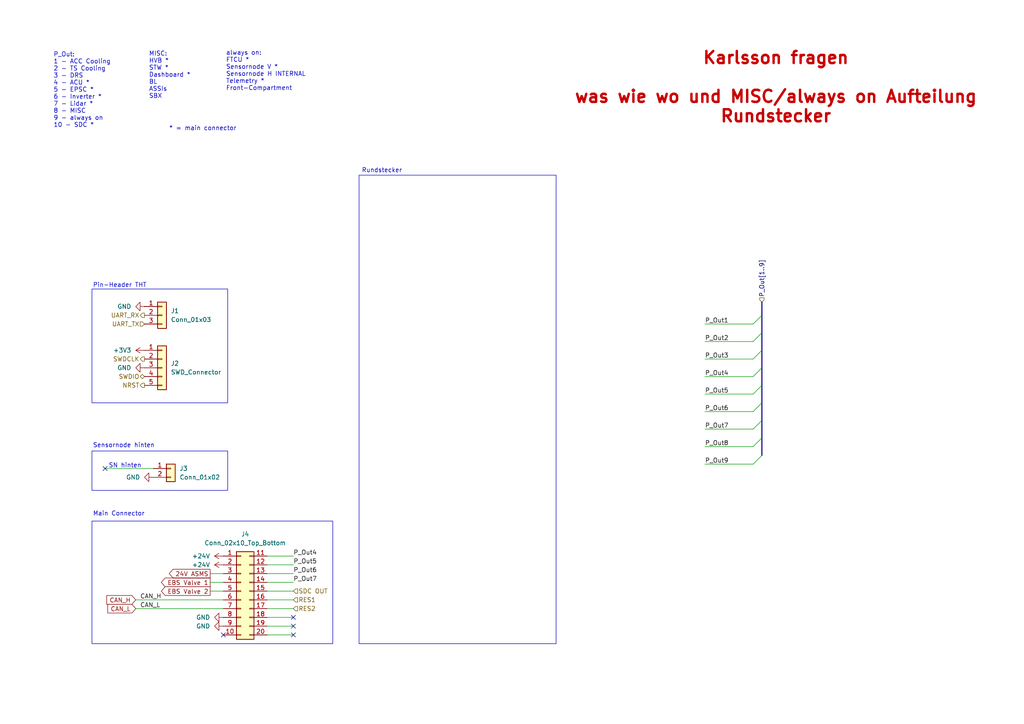
<source format=kicad_sch>
(kicad_sch (version 20231120) (generator "eeschema") (generator_version "8.0")
  (paper "A4")
  (title_block (title "PDU FT25") (date "2024-11-18") (rev "V1.0") (company "Janek Herm") (comment 1 "FaSTTUBe Electronics"))
  (lib_symbols
    (symbol "Connector_Generic:Conn_01x02" (pin_names (offset 1.016) hide)
      (property "Reference" "J" (at 0 2.54 0))
      (property "Value" "Conn_01x02" (at 0 -5.08 0))
      (symbol "Conn_01x02_1_1"
        (rectangle (start -1.27 -2.413) (end 0 -2.667) (stroke (width 0.1524)))
        (rectangle (start -1.27 0.127) (end 0 -0.127) (stroke (width 0.1524)))
        (rectangle (start -1.27 1.27) (end 1.27 -3.81) (stroke (width 0.254)) (fill (type background)))
        (pin passive line (at -5.08 0 0) (length 3.81) (name "Pin_1") (number "1"))
        (pin passive line (at -5.08 -2.54 0) (length 3.81) (name "Pin_2") (number "2"))
      )
    )
    (symbol "Connector_Generic:Conn_01x03" (pin_names (offset 1.016) hide)
      (property "Reference" "J" (at 0 5.08 0))
      (property "Value" "Conn_01x03" (at 0 -5.08 0))
      (symbol "Conn_01x03_1_1"
        (rectangle (start -1.27 -2.413) (end 0 -2.667) (stroke (width 0.1524)))
        (rectangle (start -1.27 0.127) (end 0 -0.127) (stroke (width 0.1524)))
        (rectangle (start -1.27 2.667) (end 0 2.413) (stroke (width 0.1524)))
        (rectangle (start -1.27 3.81) (end 1.27 -3.81) (stroke (width 0.254)) (fill (type background)))
        (pin passive line (at -5.08 2.54 0) (length 3.81) (name "Pin_1") (number "1"))
        (pin passive line (at -5.08 0 0) (length 3.81) (name "Pin_2") (number "2"))
        (pin passive line (at -5.08 -2.54 0) (length 3.81) (name "Pin_3") (number "3"))
      )
    )
    (symbol "Connector_Generic:Conn_01x05" (pin_names (offset 1.016) hide)
      (property "Reference" "J" (at 0 7.62 0))
      (property "Value" "Conn_01x05" (at 0 -7.62 0))
      (symbol "Conn_01x05_1_1"
        (rectangle (start -1.27 -4.953) (end 0 -5.207) (stroke (width 0.1524)))
        (rectangle (start -1.27 -2.413) (end 0 -2.667) (stroke (width 0.1524)))
        (rectangle (start -1.27 0.127) (end 0 -0.127) (stroke (width 0.1524)))
        (rectangle (start -1.27 2.667) (end 0 2.413) (stroke (width 0.1524)))
        (rectangle (start -1.27 5.207) (end 0 4.953) (stroke (width 0.1524)))
        (rectangle (start -1.27 6.35) (end 1.27 -6.35) (stroke (width 0.254)) (fill (type background)))
        (pin passive line (at -5.08 5.08 0) (length 3.81) (name "Pin_1") (number "1"))
        (pin passive line (at -5.08 2.54 0) (length 3.81) (name "Pin_2") (number "2"))
        (pin passive line (at -5.08 0 0) (length 3.81) (name "Pin_3") (number "3"))
        (pin passive line (at -5.08 -2.54 0) (length 3.81) (name "Pin_4") (number "4"))
        (pin passive line (at -5.08 -5.08 0) (length 3.81) (name "Pin_5") (number "5"))
      )
    )
    (symbol "Connector_Generic:Conn_02x10_Top_Bottom" (pin_names (offset 1.016) hide)
      (property "Reference" "J" (at 1.27 12.7 0))
      (property "Value" "Conn_02x10_Top_Bottom" (at 1.27 -15.24 0))
      (symbol "Conn_02x10_Top_Bottom_1_1"
        (rectangle (start -1.27 -12.573) (end 0 -12.827) (stroke (width 0.1524)))
        (rectangle (start -1.27 -10.033) (end 0 -10.287) (stroke (width 0.1524)))
        (rectangle (start -1.27 -7.493) (end 0 -7.747) (stroke (width 0.1524)))
        (rectangle (start -1.27 -4.953) (end 0 -5.207) (stroke (width 0.1524)))
        (rectangle (start -1.27 -2.413) (end 0 -2.667) (stroke (width 0.1524)))
        (rectangle (start -1.27 0.127) (end 0 -0.127) (stroke (width 0.1524)))
        (rectangle (start -1.27 2.667) (end 0 2.413) (stroke (width 0.1524)))
        (rectangle (start -1.27 5.207) (end 0 4.953) (stroke (width 0.1524)))
        (rectangle (start -1.27 7.747) (end 0 7.493) (stroke (width 0.1524)))
        (rectangle (start -1.27 10.287) (end 0 10.033) (stroke (width 0.1524)))
        (rectangle (start -1.27 11.43) (end 3.81 -13.97) (stroke (width 0.254)) (fill (type background)))
        (rectangle (start 3.81 -12.573) (end 2.54 -12.827) (stroke (width 0.1524)))
        (rectangle (start 3.81 -10.033) (end 2.54 -10.287) (stroke (width 0.1524)))
        (rectangle (start 3.81 -7.493) (end 2.54 -7.747) (stroke (width 0.1524)))
        (rectangle (start 3.81 -4.953) (end 2.54 -5.207) (stroke (width 0.1524)))
        (rectangle (start 3.81 -2.413) (end 2.54 -2.667) (stroke (width 0.1524)))
        (rectangle (start 3.81 0.127) (end 2.54 -0.127) (stroke (width 0.1524)))
        (rectangle (start 3.81 2.667) (end 2.54 2.413) (stroke (width 0.1524)))
        (rectangle (start 3.81 5.207) (end 2.54 4.953) (stroke (width 0.1524)))
        (rectangle (start 3.81 7.747) (end 2.54 7.493) (stroke (width 0.1524)))
        (rectangle (start 3.81 10.287) (end 2.54 10.033) (stroke (width 0.1524)))
        (pin passive line (at -5.08 10.16 0) (length 3.81) (name "Pin_1") (number "1"))
        (pin passive line (at -5.08 -12.7 0) (length 3.81) (name "Pin_10") (number "10"))
        (pin passive line (at 7.62 10.16 180) (length 3.81) (name "Pin_11") (number "11"))
        (pin passive line (at 7.62 7.62 180) (length 3.81) (name "Pin_12") (number "12"))
        (pin passive line (at 7.62 5.08 180) (length 3.81) (name "Pin_13") (number "13"))
        (pin passive line (at 7.62 2.54 180) (length 3.81) (name "Pin_14") (number "14"))
        (pin passive line (at 7.62 0 180) (length 3.81) (name "Pin_15") (number "15"))
        (pin passive line (at 7.62 -2.54 180) (length 3.81) (name "Pin_16") (number "16"))
        (pin passive line (at 7.62 -5.08 180) (length 3.81) (name "Pin_17") (number "17"))
        (pin passive line (at 7.62 -7.62 180) (length 3.81) (name "Pin_18") (number "18"))
        (pin passive line (at 7.62 -10.16 180) (length 3.81) (name "Pin_19") (number "19"))
        (pin passive line (at -5.08 7.62 0) (length 3.81) (name "Pin_2") (number "2"))
        (pin passive line (at 7.62 -12.7 180) (length 3.81) (name "Pin_20") (number "20"))
        (pin passive line (at -5.08 5.08 0) (length 3.81) (name "Pin_3") (number "3"))
        (pin passive line (at -5.08 2.54 0) (length 3.81) (name "Pin_4") (number "4"))
        (pin passive line (at -5.08 0 0) (length 3.81) (name "Pin_5") (number "5"))
        (pin passive line (at -5.08 -2.54 0) (length 3.81) (name "Pin_6") (number "6"))
        (pin passive line (at -5.08 -5.08 0) (length 3.81) (name "Pin_7") (number "7"))
        (pin passive line (at -5.08 -7.62 0) (length 3.81) (name "Pin_8") (number "8"))
        (pin passive line (at -5.08 -10.16 0) (length 3.81) (name "Pin_9") (number "9"))
      )
    )
    (symbol "power:+24V" (power) (pin_numbers hide) (pin_names (offset 0) hide)
      (property "Value" "+24V" (at 0 3.556 0))
      (symbol "+24V_0_1"
        (polyline (pts (xy -0.762 1.27) (xy 0 2.54)))
        (polyline (pts (xy 0 0) (xy 0 2.54)))
        (polyline (pts (xy 0 2.54) (xy 0.762 1.27)))
      )
      (symbol "+24V_1_1"
        (pin power_in line (at 0 0 90) (length 0) (name "~") (number "1"))
      )
    )
    (symbol "power:+3.3V" (power) (pin_numbers hide) (pin_names (offset 0) hide)
      (property "Value" "+3.3V" (at 0 3.556 0))
      (symbol "+3.3V_0_1"
        (polyline (pts (xy -0.762 1.27) (xy 0 2.54)))
        (polyline (pts (xy 0 0) (xy 0 2.54)))
        (polyline (pts (xy 0 2.54) (xy 0.762 1.27)))
      )
      (symbol "+3.3V_1_1"
        (pin power_in line (at 0 0 90) (length 0) (name "~") (number "1"))
      )
    )
    (symbol "power:GND" (power) (pin_numbers hide) (pin_names (offset 0) hide)
      (property "Value" "GND" (at 0 -3.81 0))
      (symbol "GND_0_1"
        (polyline (pts (xy 0 0) (xy 0 -1.27) (xy 1.27 -1.27) (xy 0 -2.54) (xy -1.27 -1.27) (xy 0 -1.27)))
      )
      (symbol "GND_1_1"
        (pin power_in line (at 0 0 270) (length 0) (name "~") (number "1"))
      )
    )
  )
  (no_connect (at 85.09 181.61))
  (no_connect (at 30.48 135.89))
  (no_connect (at 64.77 184.15))
  (no_connect (at 85.09 184.15))
  (no_connect (at 85.09 179.07))
  (bus_entry (at 218.44 109.22) (size 2.54 -2.54))
  (bus_entry (at 218.44 99.06) (size 2.54 -2.54))
  (bus_entry (at 218.44 129.54) (size 2.54 -2.54))
  (bus_entry (at 218.44 134.62) (size 2.54 -2.54))
  (bus_entry (at 218.44 119.38) (size 2.54 -2.54))
  (bus_entry (at 218.44 93.98) (size 2.54 -2.54))
  (bus_entry (at 218.44 114.3) (size 2.54 -2.54))
  (bus_entry (at 218.44 104.14) (size 2.54 -2.54))
  (bus_entry (at 218.44 124.46) (size 2.54 -2.54))
  (bus (pts (xy 220.98 121.92) (xy 220.98 127)))
  (wire (pts (xy 77.47 184.15) (xy 85.09 184.15)))
  (bus (pts (xy 220.98 127) (xy 220.98 132.08)))
  (wire (pts (xy 204.47 134.62) (xy 218.44 134.62)))
  (wire (pts (xy 39.37 176.53) (xy 64.77 176.53)))
  (wire (pts (xy 77.47 166.37) (xy 85.09 166.37)))
  (wire (pts (xy 204.47 129.54) (xy 218.44 129.54)))
  (bus (pts (xy 220.98 116.84) (xy 220.98 121.92)))
  (wire (pts (xy 204.47 119.38) (xy 218.44 119.38)))
  (wire (pts (xy 204.47 114.3) (xy 218.44 114.3)))
  (bus (pts (xy 220.98 101.6) (xy 220.98 106.68)))
  (wire (pts (xy 204.47 99.06) (xy 218.44 99.06)))
  (wire (pts (xy 204.47 124.46) (xy 218.44 124.46)))
  (bus (pts (xy 220.98 111.76) (xy 220.98 116.84)))
  (wire (pts (xy 77.47 179.07) (xy 85.09 179.07)))
  (wire (pts (xy 204.47 109.22) (xy 218.44 109.22)))
  (wire (pts (xy 77.47 171.45) (xy 85.09 171.45)))
  (bus (pts (xy 220.98 87.63) (xy 220.98 91.44)))
  (wire (pts (xy 60.96 166.37) (xy 64.77 166.37)))
  (bus (pts (xy 220.98 91.44) (xy 220.98 96.52)))
  (wire (pts (xy 204.47 104.14) (xy 218.44 104.14)))
  (wire (pts (xy 77.47 168.91) (xy 85.09 168.91)))
  (bus (pts (xy 220.98 96.52) (xy 220.98 101.6)))
  (wire (pts (xy 77.47 163.83) (xy 85.09 163.83)))
  (wire (pts (xy 30.48 135.89) (xy 44.45 135.89)))
  (wire (pts (xy 39.37 173.99) (xy 64.77 173.99)))
  (wire (pts (xy 77.47 161.29) (xy 85.09 161.29)))
  (bus (pts (xy 220.98 106.68) (xy 220.98 111.76)))
  (wire (pts (xy 60.96 171.45) (xy 64.77 171.45)))
  (wire (pts (xy 60.96 168.91) (xy 64.77 168.91)))
  (wire (pts (xy 77.47 173.99) (xy 85.09 173.99)))
  (wire (pts (xy 77.47 176.53) (xy 85.09 176.53)))
  (wire (pts (xy 204.47 93.98) (xy 218.44 93.98)))
  (wire (pts (xy 77.47 181.61) (xy 85.09 181.61)))
  (rectangle (start 26.67 83.82) (end 66.04 116.84))
  (rectangle (start 104.14 50.8) (end 161.29 186.69))
  (rectangle (start 26.67 151.13) (end 96.52 186.69))
  (rectangle (start 26.67 130.81) (end 66.04 142.24))
  (text "* = main connector" (at 49.022 37.338 0) (effects (font (size 1.27 1.27)) (justify left)))
  (text "Pin-Header THT" (at 26.924 82.804 0) (effects (font (size 1.27 1.27)) (justify left)))
  (text "Sensornode hinten" (at 26.924 129.286 0) (effects (font (size 1.27 1.27)) (justify left)))
  (text "Rundstecker" (at 104.902 49.53 0) (effects (font (size 1.27 1.27)) (justify left)))
  (text "Karlsson fragen\n\nwas wie wo und MISC/always on Aufteilung\nRundstecker" (at 225.044 25.4 0) (effects (font (size 3.5 3.5) (thickness 0.7) (bold yes))))
  (text "SN hinten" (at 31.496 135.128 0) (effects (font (size 1.27 1.27)) (justify left)))
  (text "Main Connector" (at 26.924 149.098 0) (effects (font (size 1.27 1.27)) (justify left)))
  (text "MISC:\nHVB *\nSTW *\nDashboard *\nBL\nASSIs\nSBX" (at 43.18 21.844 0) (effects (font (size 1.27 1.27)) (justify left)))
  (text "P_Out:\n1 - ACC Cooling \n2 - TS Cooling\n3 - DRS\n4 - ACU *\n5 - EPSC *\n6 - Inverter *\n7 - Lidar *\n8 - MISC\n9 - always on\n10 - SDC *" (at 15.494 26.162 0) (effects (font (size 1.27 1.27)) (justify left)))
  (text "always on:\nFTCU *\nSensornode V *\nSensornode H INTERNAL\nTelemetry * \nFront-Compartment" (at 65.532 20.574 0) (effects (font (size 1.27 1.27)) (justify left)))
  (label "P_Out7" (at 85.09 168.91 0))
  (label "P_Out3" (at 204.47 104.14 0))
  (label "P_Out1" (at 204.47 93.98 0))
  (label "P_Out8" (at 204.47 129.54 0))
  (label "P_Out9" (at 204.47 134.62 0))
  (label "CAN_L" (at 40.64 176.53 0))
  (label "P_Out5" (at 204.47 114.3 0))
  (label "P_Out2" (at 204.47 99.06 0))
  (label "P_Out6" (at 85.09 166.37 0))
  (label "P_Out4" (at 85.09 161.29 0))
  (label "P_Out5" (at 85.09 163.83 0))
  (label "P_Out7" (at 204.47 124.46 0))
  (label "CAN_H" (at 40.64 173.99 0))
  (label "P_Out4" (at 204.47 109.22 0))
  (label "P_Out6" (at 204.47 119.38 0))
  (global_label "24V ASMS" (shape output) (at 60.96 166.37 180) (property "Intersheetrefs" "${INTERSHEET_REFS}" (effects (hide yes))))
  (global_label "CAN_L" (shape input) (at 39.37 176.53 180) (property "Intersheetrefs" "${INTERSHEET_REFS}" (effects (hide yes))))
  (global_label "CAN_H" (shape input) (at 39.37 173.99 180) (property "Intersheetrefs" "${INTERSHEET_REFS}" (effects (hide yes))))
  (global_label "EBS Valve 2" (shape output) (at 60.96 171.45 180) (property "Intersheetrefs" "${INTERSHEET_REFS}" (effects (hide yes))))
  (global_label "EBS Valve 1" (shape output) (at 60.96 168.91 180) (property "Intersheetrefs" "${INTERSHEET_REFS}" (effects (hide yes))))
  (hierarchical_label "P_Out[1..9]" (shape input) (at 220.98 87.63 90) (effects (font (thickness 0.1588))))
  (hierarchical_label "RES2" (shape input) (at 85.09 176.53 0))
  (hierarchical_label "SWDIO" (shape bidirectional) (at 41.91 109.22 180) (effects (font (thickness 0.1588))))
  (hierarchical_label "RES1" (shape input) (at 85.09 173.99 0))
  (hierarchical_label "UART_TX" (shape input) (at 41.91 93.98 180))
  (hierarchical_label "SDC OUT" (shape input) (at 85.09 171.45 0))
  (hierarchical_label "NRST" (shape output) (at 41.91 111.76 180) (effects (font (thickness 0.1588))))
  (hierarchical_label "SWDCLK" (shape output) (at 41.91 104.14 180))
  (hierarchical_label "UART_RX" (shape output) (at 41.91 91.44 180))
  (symbol (lib_id "power:GND") (at 64.77 179.07 270) (unit 1)
    (property "Reference" "#PWR034" (effects (hide yes)))
    (property "Value" "GND" (at 60.96 179.0699 90) (effects (justify right)))
    (property "Description" "Power symbol creates a global label with name \"GND\" , ground" (effects (hide yes)))
  )
  (symbol (lib_id "Connector_Generic:Conn_02x10_Top_Bottom") (at 69.85 171.45 0) (unit 1)
    (property "Reference" "J4" (at 71.12 154.94 0))
    (property "Value" "Conn_02x10_Top_Bottom" (at 71.12 157.48 0))
    (property "Footprint" "Connector_PinHeader_2.54mm:PinHeader_2x10_P2.54mm_Vertical" (effects (hide yes)))
    (property "Description" "Generic connector, double row, 02x10, top/bottom pin numbering scheme (row 1: 1...pins_per_row, row2: pins_per_row+1 ... num_pins), script generated (kicad-library-utils/schlib/autogen/connector/)" (effects (hide yes)))
  )
  (symbol (lib_id "power:+24V") (at 64.77 161.29 90) (unit 1)
    (property "Reference" "#PWR032" (effects (hide yes)))
    (property "Value" "+24V" (at 60.96 161.2899 90) (effects (justify left)))
    (property "Description" "Power symbol creates a global label with name \"+24V\"" (effects (hide yes)))
  )
  (symbol (lib_id "power:+3.3V") (at 41.91 101.6 90) (unit 1)
    (property "Reference" "#PWR029" (effects (hide yes)))
    (property "Value" "+3V3" (at 38.1 101.5999 90) (effects (justify left)))
    (property "Description" "Power symbol creates a global label with name \"+3.3V\"" (effects (hide yes)))
  )
  (symbol (lib_id "power:GND") (at 41.91 88.9 270) (unit 1)
    (property "Reference" "#PWR028" (effects (hide yes)))
    (property "Value" "GND" (at 38.1 88.8999 90) (effects (justify right)))
    (property "Description" "Power symbol creates a global label with name \"GND\" , ground" (effects (hide yes)))
  )
  (symbol (lib_id "power:GND") (at 64.77 181.61 270) (unit 1)
    (property "Reference" "#PWR035" (effects (hide yes)))
    (property "Value" "GND" (at 60.96 181.6099 90) (effects (justify right)))
    (property "Description" "Power symbol creates a global label with name \"GND\" , ground" (effects (hide yes)))
  )
  (symbol (lib_id "power:GND") (at 44.45 138.43 270) (unit 1)
    (property "Reference" "#PWR031" (effects (hide yes)))
    (property "Value" "GND" (at 40.64 138.4299 90) (effects (justify right)))
    (property "Description" "Power symbol creates a global label with name \"GND\" , ground" (effects (hide yes)))
  )
  (symbol (lib_id "Connector_Generic:Conn_01x02") (at 49.53 135.89 0) (unit 1)
    (property "Reference" "J3" (at 52.07 135.8899 0) (effects (justify left)))
    (property "Value" "Conn_01x02" (at 52.07 138.4299 0) (effects (justify left)))
    (property "Description" "Generic connector, single row, 01x02, script generated (kicad-library-utils/schlib/autogen/connector/)" (effects (hide yes)))
  )
  (symbol (lib_id "Connector_Generic:Conn_01x05") (at 46.99 106.68 0) (unit 1)
    (property "Reference" "J2" (at 49.53 105.41 0) (effects (justify left)))
    (property "Value" "SWD_Connector" (at 49.53 107.95 0) (effects (justify left)))
    (property "Footprint" "Connector_PinHeader_2.54mm:PinHeader_1x05_P2.54mm_Vertical" (effects (hide yes)))
  )
  (symbol (lib_id "Connector_Generic:Conn_01x03") (at 46.99 91.44 0) (unit 1)
    (property "Reference" "J1" (at 49.53 90.1699 0) (effects (justify left)))
    (property "Value" "Conn_01x03" (at 49.53 92.7099 0) (effects (justify left)))
    (property "Footprint" "Connector_PinHeader_2.54mm:PinHeader_1x03_P2.54mm_Vertical" (effects (hide yes)))
    (property "Description" "Generic connector, single row, 01x03, script generated (kicad-library-utils/schlib/autogen/connector/)" (effects (hide yes)))
  )
  (symbol (lib_id "power:+24V") (at 64.77 163.83 90) (unit 1)
    (property "Reference" "#PWR033" (effects (hide yes)))
    (property "Value" "+24V" (at 60.96 163.8299 90) (effects (justify left)))
    (property "Description" "Power symbol creates a global label with name \"+24V\"" (effects (hide yes)))
  )
  (symbol (lib_id "power:GND") (at 41.91 106.68 270) (unit 1)
    (property "Reference" "#PWR030" (effects (hide yes)))
    (property "Value" "GND" (at 38.1 106.6799 90) (effects (justify right)))
    (property "Description" "Power symbol creates a global label with name \"GND\" , ground" (effects (hide yes)))
  )
)
</source>
